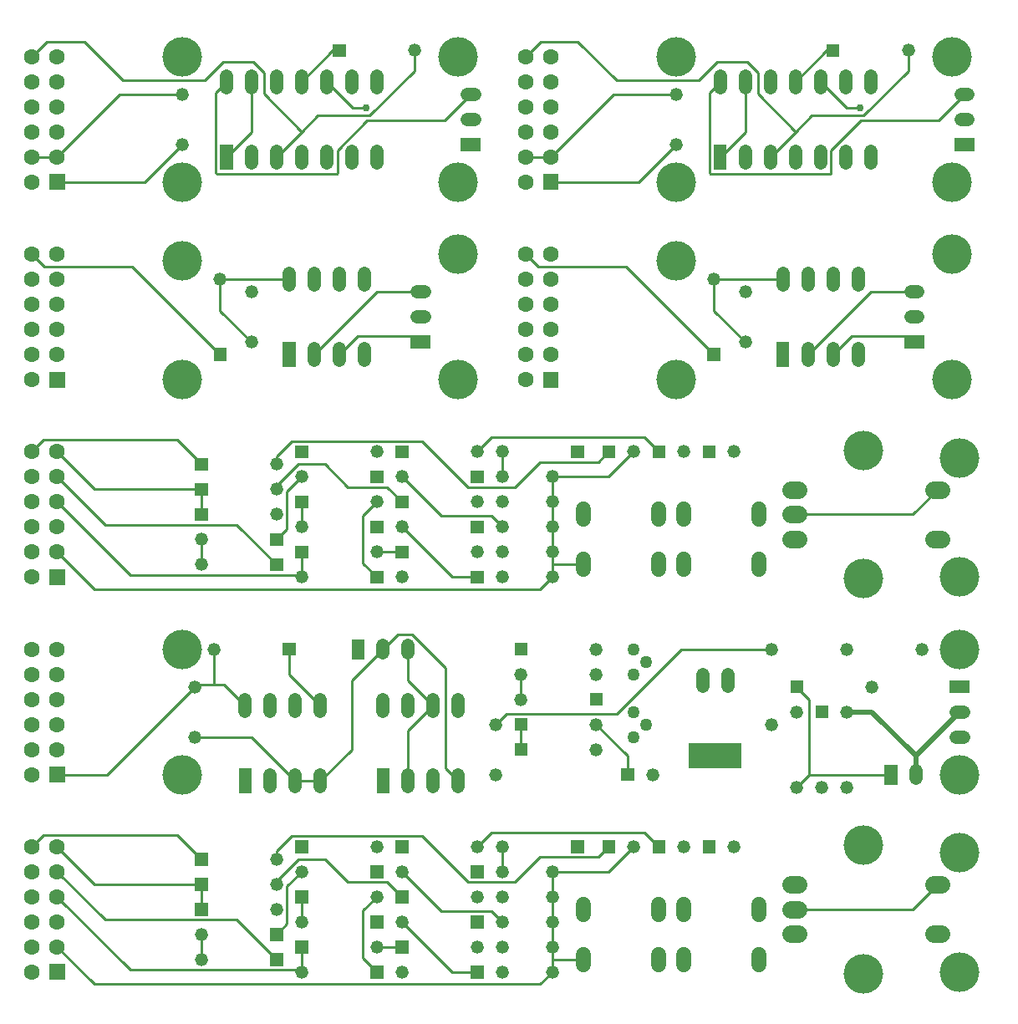
<source format=gtl>
%FSLAX24Y24*%
%MOIN*%
%ADD10C,0.0100*%
%ADD11C,0.0200*%
%ADD12C,0.0300*%
%ADD13C,0.0500*%
%ADD14C,0.0520*%
%ADD15C,0.0600*%
%ADD16C,0.0630*%
%ADD17C,0.0700*%
%ADD18C,0.1575*%
D10*
G01X7750Y6000D02*
X6784Y6966D01*
X1466Y6966D01*
X1000Y6500D01*
X15750Y3500D02*
X17750Y1500D01*
X18750Y1500D01*
X19750Y5500D02*
X19750Y6500D01*
X15750Y2500D02*
X14750Y2500D01*
X31396Y4000D02*
X36120Y4000D01*
X37104Y4984D01*
X21750Y5500D02*
X24000Y5500D01*
X25000Y6500D01*
X21750Y4500D02*
X21750Y5500D01*
X21750Y2000D02*
X23000Y2000D01*
X21750Y2000D02*
X21750Y1500D01*
X21750Y2500D02*
X21750Y2000D01*
X21750Y1500D02*
X21263Y1013D01*
X3487Y1013D01*
X2000Y2500D01*
X21750Y3500D02*
X21750Y2500D01*
X21750Y3500D02*
X21750Y4500D01*
X11750Y3500D02*
X11750Y4500D01*
X11750Y5500D02*
X11167Y4917D01*
X11167Y3417D01*
X10750Y3000D01*
X18750Y6500D02*
X19323Y7073D01*
X25427Y7073D01*
X26000Y6500D01*
X7750Y5000D02*
X3500Y5000D01*
X2000Y6500D01*
X7750Y4000D02*
X7750Y5000D01*
X10750Y2000D02*
X9161Y3589D01*
X3911Y3589D01*
X2000Y5500D01*
X7750Y3000D02*
X7750Y2000D01*
X14750Y1500D02*
X14197Y2053D01*
X14197Y3947D01*
X14750Y4500D01*
X11750Y1589D02*
X4911Y1589D01*
X2000Y4500D01*
X11750Y1589D02*
X11750Y1500D01*
X11750Y2500D02*
X11750Y1589D01*
X15750Y5500D02*
X17321Y3929D01*
X19321Y3929D01*
X19750Y3500D01*
X24000Y6500D02*
X23589Y6089D01*
X21255Y6089D01*
X20255Y5089D01*
X18369Y5089D01*
X16547Y6911D01*
X11339Y6911D01*
X10750Y6321D01*
X10750Y6000D01*
X15750Y4500D02*
X15160Y5090D01*
X13587Y5090D01*
X12669Y6008D01*
X11627Y6008D01*
X10750Y5131D01*
X10750Y5000D01*
X12500Y12124D02*
X11250Y13374D01*
X11250Y14374D01*
X20500Y12374D02*
X20500Y13374D01*
X8250Y12961D02*
X7587Y12961D01*
X7500Y12874D01*
X9500Y12124D02*
X8663Y12961D01*
X8250Y12961D01*
X8250Y14374D01*
X7500Y12874D02*
X4000Y9374D01*
X2000Y9374D01*
X19500Y11374D02*
X19911Y11785D01*
X24306Y11785D01*
X26895Y14374D01*
X30500Y14374D01*
X17000Y12124D02*
X16000Y13124D01*
X16000Y14374D01*
X16000Y9124D02*
X16000Y11124D01*
X17000Y12124D01*
X11500Y9124D02*
X9750Y10874D01*
X7500Y10874D01*
X32000Y9374D02*
X35250Y9374D01*
X31500Y8874D02*
X32000Y9374D01*
X31500Y12874D02*
X32000Y12374D01*
X32000Y9374D01*
X12500Y9124D02*
X11500Y9124D01*
X15000Y14374D02*
X13750Y13124D01*
X13750Y10374D01*
X12500Y9124D01*
X18000Y9124D02*
X17500Y9624D01*
X17500Y13634D01*
X16167Y14967D01*
X15593Y14967D01*
X15000Y14374D01*
X20500Y11374D02*
X20500Y10374D01*
X23500Y11374D02*
X24750Y10124D01*
X24750Y9374D01*
X7750Y21748D02*
X6784Y22714D01*
X1466Y22714D01*
X1000Y22248D01*
X15750Y19248D02*
X17750Y17248D01*
X18750Y17248D01*
X19750Y21248D02*
X19750Y22248D01*
X15750Y18248D02*
X14750Y18248D01*
X31396Y19748D02*
X36120Y19748D01*
X37104Y20732D01*
X21750Y21248D02*
X24000Y21248D01*
X25000Y22248D01*
X21750Y20248D02*
X21750Y21248D01*
X21750Y17748D02*
X23000Y17748D01*
X21750Y17748D02*
X21750Y17248D01*
X21750Y18248D02*
X21750Y17748D01*
X21750Y17248D02*
X21263Y16761D01*
X3487Y16761D01*
X2000Y18248D01*
X21750Y19248D02*
X21750Y18248D01*
X21750Y19248D02*
X21750Y20248D01*
X11750Y19248D02*
X11750Y20248D01*
X11750Y21248D02*
X11167Y20665D01*
X11167Y19165D01*
X10750Y18748D01*
X18750Y22248D02*
X19323Y22821D01*
X25427Y22821D01*
X26000Y22248D01*
X7750Y20748D02*
X3500Y20748D01*
X2000Y22248D01*
X7750Y19748D02*
X7750Y20748D01*
X10750Y17748D02*
X9161Y19337D01*
X3911Y19337D01*
X2000Y21248D01*
X7750Y18748D02*
X7750Y17748D01*
X14750Y17248D02*
X14197Y17801D01*
X14197Y19695D01*
X14750Y20248D01*
X11750Y17337D02*
X4911Y17337D01*
X2000Y20248D01*
X11750Y17337D02*
X11750Y17248D01*
X11750Y18248D02*
X11750Y17337D01*
X15750Y21248D02*
X17321Y19677D01*
X19321Y19677D01*
X19750Y19248D01*
X24000Y22248D02*
X23589Y21837D01*
X21255Y21837D01*
X20255Y20837D01*
X18369Y20837D01*
X16547Y22659D01*
X11339Y22659D01*
X10750Y22069D01*
X10750Y21748D01*
X15750Y20248D02*
X15160Y20838D01*
X13587Y20838D01*
X12669Y21756D01*
X11627Y21756D01*
X10750Y20880D01*
X10750Y20748D01*
X12750Y36996D02*
X13800Y35946D01*
X14331Y35946D01*
X8750Y36996D02*
X8327Y36573D01*
X8327Y33374D01*
X8369Y33332D01*
X13150Y33332D01*
X13179Y33361D01*
X13179Y34265D01*
X14360Y35446D01*
X17450Y35446D01*
X18500Y36496D01*
X9750Y36996D02*
X9750Y34996D01*
X8750Y33996D01*
X2000Y32996D02*
X5500Y32996D01*
X7000Y34496D01*
X13250Y38246D02*
X13000Y38246D01*
X11750Y36996D01*
X11756Y35002D02*
X12400Y35646D01*
X14456Y35646D01*
X16250Y37440D01*
X16250Y38246D01*
X10750Y33996D02*
X11756Y35002D01*
X10250Y36509D01*
X10250Y37354D01*
X9819Y37785D01*
X8621Y37785D01*
X7889Y37054D01*
X4618Y37054D01*
X3082Y38589D01*
X1593Y38589D01*
X1000Y37996D01*
X7000Y36496D02*
X4500Y36496D01*
X2000Y33996D01*
X1000Y33996D01*
X32935Y26122D02*
X33676Y26863D01*
X35944Y26863D01*
X36185Y26622D01*
X28185Y29122D02*
X30935Y29122D01*
X29435Y26622D02*
X28185Y27872D01*
X28185Y29122D01*
X31935Y26122D02*
X34435Y28622D01*
X36185Y28622D01*
X28185Y26122D02*
X24685Y29622D01*
X21185Y29622D01*
X20685Y30122D01*
X32435Y36996D02*
X33485Y35946D01*
X34016Y35946D01*
X28435Y36996D02*
X28012Y36573D01*
X28012Y33374D01*
X28054Y33332D01*
X32835Y33332D01*
X32864Y33361D01*
X32864Y34265D01*
X34045Y35446D01*
X37135Y35446D01*
X38185Y36496D01*
X29435Y36996D02*
X29435Y34996D01*
X28435Y33996D01*
X21685Y32996D02*
X25185Y32996D01*
X26685Y34496D01*
X32935Y38246D02*
X32685Y38246D01*
X31435Y36996D01*
X31441Y35002D02*
X32085Y35646D01*
X34141Y35646D01*
X35935Y37440D01*
X35935Y38246D01*
X30435Y33996D02*
X31441Y35002D01*
X29935Y36509D01*
X29935Y37354D01*
X29504Y37785D01*
X28306Y37785D01*
X27574Y37054D01*
X24303Y37054D01*
X22767Y38589D01*
X21278Y38589D01*
X20685Y37996D01*
X26685Y36496D02*
X24185Y36496D01*
X21685Y33996D01*
X20685Y33996D01*
X13250Y26122D02*
X13991Y26863D01*
X16259Y26863D01*
X16500Y26622D01*
X8500Y29122D02*
X11250Y29122D01*
X9750Y26622D02*
X8500Y27872D01*
X8500Y29122D01*
X12250Y26122D02*
X14750Y28622D01*
X16500Y28622D01*
X8500Y26122D02*
X5000Y29622D01*
X1500Y29622D01*
X1000Y30122D01*
D11*
G01X36250Y10124D02*
X38000Y11874D01*
X36250Y9374D02*
X36250Y10124D01*
X33500Y11874D02*
X34500Y11874D01*
X36250Y10124D01*
D12*
G01X14331Y35946D03*
X34016Y35946D03*
D13*
G01X25000Y13374D03*
X25500Y13874D03*
X25000Y14374D03*
X25000Y10874D03*
X25500Y11374D03*
X25000Y11874D03*
D14*
G01X10750Y4000D03*
X10750Y5000D03*
X21750Y4500D03*
X19750Y4500D03*
X18750Y4500D03*
X15750Y3500D03*
X21750Y1500D03*
X19750Y1500D03*
X15750Y1500D03*
X7750Y2000D03*
X18750Y2500D03*
X14750Y2500D03*
X11750Y1500D03*
X21750Y2500D03*
X19750Y2500D03*
X27000Y6500D03*
X18750Y6500D03*
X25000Y6500D03*
X10750Y6000D03*
X29000Y6500D03*
X14750Y6500D03*
X14750Y4500D03*
X21750Y5500D03*
X19750Y5500D03*
X7750Y3000D03*
X21750Y3500D03*
X19750Y3500D03*
X19750Y6500D03*
X11750Y3500D03*
X15750Y5500D03*
X11750Y5500D03*
X23500Y14374D03*
X23500Y13374D03*
X20500Y13374D03*
X27750Y13364D02*
X27750Y12884D01*
X28750Y13364D02*
X28750Y12884D01*
X20500Y12374D03*
X23500Y10374D03*
X23500Y11374D03*
X25750Y9374D03*
X33500Y11874D03*
X33500Y8874D03*
X32500Y8874D03*
X34500Y12874D03*
X30500Y11374D03*
X30500Y14374D03*
X31500Y8874D03*
X31500Y11874D03*
X36500Y14374D03*
X33500Y14374D03*
X38140Y11874D02*
X37860Y11874D01*
X38140Y10874D02*
X37860Y10874D01*
X36250Y9514D02*
X36250Y9234D01*
X16000Y9364D02*
X16000Y8884D01*
X17000Y9364D02*
X17000Y8884D01*
X16000Y12364D02*
X16000Y11884D01*
X17000Y12364D02*
X17000Y11884D01*
X18000Y12364D02*
X18000Y11884D01*
X15000Y12364D02*
X15000Y11884D01*
X18000Y9364D02*
X18000Y8884D01*
X19500Y11374D03*
X19500Y9374D03*
X10500Y12364D02*
X10500Y11884D01*
X11500Y9364D02*
X11500Y8884D01*
X11500Y12364D02*
X11500Y11884D01*
X12500Y9364D02*
X12500Y8884D01*
X10500Y9364D02*
X10500Y8884D01*
X12500Y12364D02*
X12500Y11884D01*
X9500Y12364D02*
X9500Y11884D01*
X7500Y12874D03*
X7500Y10874D03*
X15000Y14514D02*
X15000Y14234D01*
X16000Y14514D02*
X16000Y14234D01*
X8250Y14374D03*
X10750Y19748D03*
X10750Y20748D03*
X21750Y20248D03*
X19750Y20248D03*
X18750Y20248D03*
X15750Y19248D03*
X21750Y17248D03*
X19750Y17248D03*
X15750Y17248D03*
X7750Y17748D03*
X18750Y18248D03*
X14750Y18248D03*
X11750Y17248D03*
X21750Y18248D03*
X19750Y18248D03*
X27000Y22248D03*
X18750Y22248D03*
X25000Y22248D03*
X10750Y21748D03*
X29000Y22248D03*
X14750Y22248D03*
X14750Y20248D03*
X21750Y21248D03*
X19750Y21248D03*
X7750Y18748D03*
X21750Y19248D03*
X19750Y19248D03*
X19750Y22248D03*
X11750Y19248D03*
X15750Y21248D03*
X11750Y21248D03*
X7000Y34496D03*
X7000Y36496D03*
X10750Y34236D02*
X10750Y33756D01*
X12750Y37236D02*
X12750Y36756D01*
X13750Y37236D02*
X13750Y36756D01*
X8750Y37236D02*
X8750Y36756D01*
X9750Y34236D02*
X9750Y33756D01*
X14750Y34236D02*
X14750Y33756D01*
X9750Y37236D02*
X9750Y36756D01*
X12750Y34236D02*
X12750Y33756D01*
X11750Y37236D02*
X11750Y36756D01*
X11750Y34236D02*
X11750Y33756D01*
X10750Y37236D02*
X10750Y36756D01*
X13750Y34236D02*
X13750Y33756D01*
X14750Y37236D02*
X14750Y36756D01*
X16250Y38246D03*
X18360Y36496D02*
X18640Y36496D01*
X18360Y35496D02*
X18640Y35496D01*
X32935Y26362D02*
X32935Y25882D01*
X33935Y26362D02*
X33935Y25882D01*
X33935Y29362D02*
X33935Y28882D01*
X31935Y29362D02*
X31935Y28882D01*
X32935Y29362D02*
X32935Y28882D01*
X30935Y29362D02*
X30935Y28882D01*
X31935Y26362D02*
X31935Y25882D01*
X29435Y28622D03*
X29435Y26622D03*
X28185Y29122D03*
X36045Y27622D02*
X36325Y27622D01*
X36045Y28622D02*
X36325Y28622D01*
X26685Y34496D03*
X26685Y36496D03*
X30435Y34236D02*
X30435Y33756D01*
X32435Y37236D02*
X32435Y36756D01*
X33435Y37236D02*
X33435Y36756D01*
X28435Y37236D02*
X28435Y36756D01*
X29435Y34236D02*
X29435Y33756D01*
X34435Y34236D02*
X34435Y33756D01*
X29435Y37236D02*
X29435Y36756D01*
X32435Y34236D02*
X32435Y33756D01*
X31435Y37236D02*
X31435Y36756D01*
X31435Y34236D02*
X31435Y33756D01*
X30435Y37236D02*
X30435Y36756D01*
X33435Y34236D02*
X33435Y33756D01*
X34435Y37236D02*
X34435Y36756D01*
X35935Y38246D03*
X38045Y36496D02*
X38325Y36496D01*
X38045Y35496D02*
X38325Y35496D01*
X13250Y26362D02*
X13250Y25882D01*
X14250Y26362D02*
X14250Y25882D01*
X14250Y29362D02*
X14250Y28882D01*
X12250Y29362D02*
X12250Y28882D01*
X13250Y29362D02*
X13250Y28882D01*
X11250Y29362D02*
X11250Y28882D01*
X12250Y26362D02*
X12250Y25882D01*
X9750Y28622D03*
X9750Y26622D03*
X8500Y29122D03*
X16360Y27622D02*
X16640Y27622D01*
X16360Y28622D02*
X16640Y28622D01*
D15*
G01X30000Y2200D02*
X30000Y1800D01*
X27000Y2200D02*
X27000Y1800D01*
X27000Y4200D02*
X27000Y3800D01*
X30000Y4200D02*
X30000Y3800D01*
X26000Y2200D02*
X26000Y1800D01*
X23000Y2200D02*
X23000Y1800D01*
X23000Y4200D02*
X23000Y3800D01*
X26000Y4200D02*
X26000Y3800D01*
X30000Y17948D02*
X30000Y17548D01*
X27000Y17948D02*
X27000Y17548D01*
X27000Y19948D02*
X27000Y19548D01*
X30000Y19948D02*
X30000Y19548D01*
X26000Y17948D02*
X26000Y17548D01*
X23000Y17948D02*
X23000Y17548D01*
X23000Y19948D02*
X23000Y19548D01*
X26000Y19948D02*
X26000Y19548D01*
D16*
G01X2000Y5500D03*
X2000Y6500D03*
X2000Y4500D03*
X1000Y6500D03*
X2000Y3500D03*
X1000Y4500D03*
X1000Y3500D03*
X1000Y1500D03*
X1000Y2500D03*
X2000Y2500D03*
X1000Y5500D03*
X2000Y11374D03*
X1000Y14374D03*
X1000Y13374D03*
X2000Y10374D03*
X1000Y10374D03*
X2000Y12374D03*
X2000Y14374D03*
X1000Y12374D03*
X1000Y11374D03*
X2000Y13374D03*
X1000Y9374D03*
X2000Y21248D03*
X2000Y22248D03*
X2000Y20248D03*
X1000Y22248D03*
X2000Y19248D03*
X1000Y20248D03*
X1000Y19248D03*
X1000Y17248D03*
X1000Y18248D03*
X2000Y18248D03*
X1000Y21248D03*
X2000Y34996D03*
X2000Y37996D03*
X1000Y34996D03*
X1000Y32996D03*
X2000Y33996D03*
X2000Y36996D03*
X1000Y33996D03*
X1000Y37996D03*
X1000Y36996D03*
X2000Y35996D03*
X1000Y35996D03*
X21685Y30122D03*
X21685Y29122D03*
X20685Y28122D03*
X20685Y27122D03*
X20685Y29122D03*
X20685Y25122D03*
X20685Y30122D03*
X21685Y26122D03*
X21685Y28122D03*
X21685Y27122D03*
X20685Y26122D03*
X21685Y34996D03*
X21685Y37996D03*
X20685Y34996D03*
X20685Y32996D03*
X21685Y33996D03*
X21685Y36996D03*
X20685Y33996D03*
X20685Y37996D03*
X20685Y36996D03*
X21685Y35996D03*
X20685Y35996D03*
X2000Y30122D03*
X2000Y29122D03*
X1000Y28122D03*
X1000Y27122D03*
X1000Y29122D03*
X1000Y25122D03*
X1000Y30122D03*
X2000Y26122D03*
X2000Y28122D03*
X2000Y27122D03*
X1000Y26122D03*
D17*
G01X31246Y4000D02*
X31546Y4000D01*
X31246Y3016D02*
X31546Y3016D01*
X36954Y3016D02*
X37254Y3016D01*
X36954Y4984D02*
X37254Y4984D01*
X31246Y4984D02*
X31546Y4984D01*
X31246Y19748D02*
X31546Y19748D01*
X31246Y18764D02*
X31546Y18764D01*
X36954Y18764D02*
X37254Y18764D01*
X36954Y20732D02*
X37254Y20732D01*
X31246Y20732D02*
X31546Y20732D01*
D18*
G01X34152Y1441D03*
X34152Y6559D03*
X38000Y1500D03*
X38000Y6250D03*
X7000Y14374D03*
X7000Y9374D03*
X38000Y14374D03*
X38000Y9374D03*
X34152Y17189D03*
X34152Y22307D03*
X38000Y17248D03*
X38000Y21998D03*
X7000Y37996D03*
X7000Y32996D03*
X18000Y32996D03*
X18000Y37996D03*
X37685Y25122D03*
X37685Y30122D03*
X26685Y29872D03*
X26685Y25122D03*
X26685Y37996D03*
X26685Y32996D03*
X37685Y32996D03*
X37685Y37996D03*
X18000Y25122D03*
X18000Y30122D03*
X7000Y29872D03*
X7000Y25122D03*
G36*
X8010Y4260D02*
X7490Y4260D01*
X7490Y3740D01*
X8010Y3740D01*
X8010Y4260D01*
G37*
G36*
X8010Y5260D02*
X7490Y5260D01*
X7490Y4740D01*
X8010Y4740D01*
X8010Y5260D01*
G37*
G36*
X16010Y4760D02*
X15490Y4760D01*
X15490Y4240D01*
X16010Y4240D01*
X16010Y4760D01*
G37*
G36*
X18490Y3240D02*
X19010Y3240D01*
X19010Y3760D01*
X18490Y3760D01*
X18490Y3240D01*
G37*
G36*
X18490Y1240D02*
X19010Y1240D01*
X19010Y1760D01*
X18490Y1760D01*
X18490Y1240D01*
G37*
G36*
X10490Y1740D02*
X11010Y1740D01*
X11010Y2260D01*
X10490Y2260D01*
X10490Y1740D01*
G37*
G36*
X16010Y2760D02*
X15490Y2760D01*
X15490Y2240D01*
X16010Y2240D01*
X16010Y2760D01*
G37*
G36*
X12010Y2760D02*
X11490Y2760D01*
X11490Y2240D01*
X12010Y2240D01*
X12010Y2760D01*
G37*
G36*
X14490Y1240D02*
X15010Y1240D01*
X15010Y1760D01*
X14490Y1760D01*
X14490Y1240D01*
G37*
G36*
X26260Y6760D02*
X25740Y6760D01*
X25740Y6240D01*
X26260Y6240D01*
X26260Y6760D01*
G37*
G36*
X16010Y6760D02*
X15490Y6760D01*
X15490Y6240D01*
X16010Y6240D01*
X16010Y6760D01*
G37*
G36*
X24260Y6760D02*
X23740Y6760D01*
X23740Y6240D01*
X24260Y6240D01*
X24260Y6760D01*
G37*
G36*
X8010Y6260D02*
X7490Y6260D01*
X7490Y5740D01*
X8010Y5740D01*
X8010Y6260D01*
G37*
G36*
X28260Y6760D02*
X27740Y6760D01*
X27740Y6240D01*
X28260Y6240D01*
X28260Y6760D01*
G37*
G36*
X12010Y6760D02*
X11490Y6760D01*
X11490Y6240D01*
X12010Y6240D01*
X12010Y6760D01*
G37*
G36*
X12010Y4760D02*
X11490Y4760D01*
X11490Y4240D01*
X12010Y4240D01*
X12010Y4760D01*
G37*
G36*
X10490Y2740D02*
X11010Y2740D01*
X11010Y3260D01*
X10490Y3260D01*
X10490Y2740D01*
G37*
G36*
X1685Y1815D02*
X1685Y1185D01*
X2315Y1185D01*
X2315Y1815D01*
X1685Y1815D01*
G37*
G36*
X22490Y6240D02*
X23010Y6240D01*
X23010Y6760D01*
X22490Y6760D01*
X22490Y6240D01*
G37*
G36*
X14490Y3240D02*
X15010Y3240D01*
X15010Y3760D01*
X14490Y3760D01*
X14490Y3240D01*
G37*
G36*
X18490Y5240D02*
X19010Y5240D01*
X19010Y5760D01*
X18490Y5760D01*
X18490Y5240D01*
G37*
G36*
X14490Y5240D02*
X15010Y5240D01*
X15010Y5760D01*
X14490Y5760D01*
X14490Y5240D01*
G37*
G36*
X20760Y14634D02*
X20240Y14634D01*
X20240Y14114D01*
X20760Y14114D01*
X20760Y14634D01*
G37*
G36*
X28200Y10624D02*
X28200Y9624D01*
X29300Y9624D01*
X29300Y10624D01*
X28200Y10624D01*
G37*
G36*
X27200Y10624D02*
X27200Y9624D01*
X28300Y9624D01*
X28300Y10624D01*
X27200Y10624D01*
G37*
G36*
X23240Y12114D02*
X23760Y12114D01*
X23760Y12634D01*
X23240Y12634D01*
X23240Y12114D01*
G37*
G36*
X20760Y10634D02*
X20240Y10634D01*
X20240Y10114D01*
X20760Y10114D01*
X20760Y10634D01*
G37*
G36*
X20760Y11634D02*
X20240Y11634D01*
X20240Y11114D01*
X20760Y11114D01*
X20760Y11634D01*
G37*
G36*
X25010Y9634D02*
X24490Y9634D01*
X24490Y9114D01*
X25010Y9114D01*
X25010Y9634D01*
G37*
G36*
X32760Y11614D02*
X32760Y12134D01*
X32240Y12134D01*
X32240Y11614D01*
X32760Y11614D01*
G37*
G36*
X31760Y13134D02*
X31240Y13134D01*
X31240Y12614D01*
X31760Y12614D01*
X31760Y13134D01*
G37*
G36*
X1685Y9689D02*
X1685Y9059D01*
X2315Y9059D01*
X2315Y9689D01*
X1685Y9689D01*
G37*
G36*
X38400Y12614D02*
X38400Y13134D01*
X37600Y13134D01*
X37600Y12614D01*
X38400Y12614D01*
G37*
G36*
X35510Y9774D02*
X34990Y9774D01*
X34990Y8974D01*
X35510Y8974D01*
X35510Y9774D01*
G37*
G36*
X15260Y9624D02*
X14740Y9624D01*
X14740Y8624D01*
X15260Y8624D01*
X15260Y9624D01*
G37*
G36*
X9760Y9624D02*
X9240Y9624D01*
X9240Y8624D01*
X9760Y8624D01*
X9760Y9624D01*
G37*
G36*
X14260Y14774D02*
X13740Y14774D01*
X13740Y13974D01*
X14260Y13974D01*
X14260Y14774D01*
G37*
G36*
X10990Y14114D02*
X11510Y14114D01*
X11510Y14634D01*
X10990Y14634D01*
X10990Y14114D01*
G37*
G36*
X8010Y20008D02*
X7490Y20008D01*
X7490Y19488D01*
X8010Y19488D01*
X8010Y20008D01*
G37*
G36*
X8010Y21008D02*
X7490Y21008D01*
X7490Y20488D01*
X8010Y20488D01*
X8010Y21008D01*
G37*
G36*
X16010Y20508D02*
X15490Y20508D01*
X15490Y19988D01*
X16010Y19988D01*
X16010Y20508D01*
G37*
G36*
X18490Y18988D02*
X19010Y18988D01*
X19010Y19508D01*
X18490Y19508D01*
X18490Y18988D01*
G37*
G36*
X18490Y16988D02*
X19010Y16988D01*
X19010Y17508D01*
X18490Y17508D01*
X18490Y16988D01*
G37*
G36*
X10490Y17488D02*
X11010Y17488D01*
X11010Y18008D01*
X10490Y18008D01*
X10490Y17488D01*
G37*
G36*
X16010Y18508D02*
X15490Y18508D01*
X15490Y17988D01*
X16010Y17988D01*
X16010Y18508D01*
G37*
G36*
X12010Y18508D02*
X11490Y18508D01*
X11490Y17988D01*
X12010Y17988D01*
X12010Y18508D01*
G37*
G36*
X14490Y16988D02*
X15010Y16988D01*
X15010Y17508D01*
X14490Y17508D01*
X14490Y16988D01*
G37*
G36*
X26260Y22508D02*
X25740Y22508D01*
X25740Y21988D01*
X26260Y21988D01*
X26260Y22508D01*
G37*
G36*
X16010Y22508D02*
X15490Y22508D01*
X15490Y21988D01*
X16010Y21988D01*
X16010Y22508D01*
G37*
G36*
X24260Y22508D02*
X23740Y22508D01*
X23740Y21988D01*
X24260Y21988D01*
X24260Y22508D01*
G37*
G36*
X8010Y22008D02*
X7490Y22008D01*
X7490Y21488D01*
X8010Y21488D01*
X8010Y22008D01*
G37*
G36*
X28260Y22508D02*
X27740Y22508D01*
X27740Y21988D01*
X28260Y21988D01*
X28260Y22508D01*
G37*
G36*
X12010Y22508D02*
X11490Y22508D01*
X11490Y21988D01*
X12010Y21988D01*
X12010Y22508D01*
G37*
G36*
X12010Y20508D02*
X11490Y20508D01*
X11490Y19988D01*
X12010Y19988D01*
X12010Y20508D01*
G37*
G36*
X10490Y18488D02*
X11010Y18488D01*
X11010Y19008D01*
X10490Y19008D01*
X10490Y18488D01*
G37*
G36*
X1685Y17563D02*
X1685Y16933D01*
X2315Y16933D01*
X2315Y17563D01*
X1685Y17563D01*
G37*
G36*
X22490Y21988D02*
X23010Y21988D01*
X23010Y22508D01*
X22490Y22508D01*
X22490Y21988D01*
G37*
G36*
X14490Y18988D02*
X15010Y18988D01*
X15010Y19508D01*
X14490Y19508D01*
X14490Y18988D01*
G37*
G36*
X18490Y20988D02*
X19010Y20988D01*
X19010Y21508D01*
X18490Y21508D01*
X18490Y20988D01*
G37*
G36*
X14490Y20988D02*
X15010Y20988D01*
X15010Y21508D01*
X14490Y21508D01*
X14490Y20988D01*
G37*
G36*
X9010Y34496D02*
X8490Y34496D01*
X8490Y33496D01*
X9010Y33496D01*
X9010Y34496D01*
G37*
G36*
X1685Y33311D02*
X1685Y32681D01*
X2315Y32681D01*
X2315Y33311D01*
X1685Y33311D01*
G37*
G36*
X13510Y38506D02*
X12990Y38506D01*
X12990Y37986D01*
X13510Y37986D01*
X13510Y38506D01*
G37*
G36*
X18100Y34756D02*
X18100Y34236D01*
X18900Y34236D01*
X18900Y34756D01*
X18100Y34756D01*
G37*
G36*
X31195Y26622D02*
X30675Y26622D01*
X30675Y25622D01*
X31195Y25622D01*
X31195Y26622D01*
G37*
G36*
X21370Y25437D02*
X21370Y24807D01*
X22000Y24807D01*
X22000Y25437D01*
X21370Y25437D01*
G37*
G36*
X27925Y26382D02*
X27925Y25862D01*
X28445Y25862D01*
X28445Y26382D01*
X27925Y26382D01*
G37*
G36*
X35785Y26882D02*
X35785Y26362D01*
X36585Y26362D01*
X36585Y26882D01*
X35785Y26882D01*
G37*
G36*
X28695Y34496D02*
X28175Y34496D01*
X28175Y33496D01*
X28695Y33496D01*
X28695Y34496D01*
G37*
G36*
X21370Y33311D02*
X21370Y32681D01*
X22000Y32681D01*
X22000Y33311D01*
X21370Y33311D01*
G37*
G36*
X33195Y38506D02*
X32675Y38506D01*
X32675Y37986D01*
X33195Y37986D01*
X33195Y38506D01*
G37*
G36*
X37785Y34756D02*
X37785Y34236D01*
X38585Y34236D01*
X38585Y34756D01*
X37785Y34756D01*
G37*
G36*
X11510Y26622D02*
X10990Y26622D01*
X10990Y25622D01*
X11510Y25622D01*
X11510Y26622D01*
G37*
G36*
X1685Y25437D02*
X1685Y24807D01*
X2315Y24807D01*
X2315Y25437D01*
X1685Y25437D01*
G37*
G36*
X8240Y26382D02*
X8240Y25862D01*
X8760Y25862D01*
X8760Y26382D01*
X8240Y26382D01*
G37*
G36*
X16100Y26882D02*
X16100Y26362D01*
X16900Y26362D01*
X16900Y26882D01*
X16100Y26882D01*
G37*
M02*

</source>
